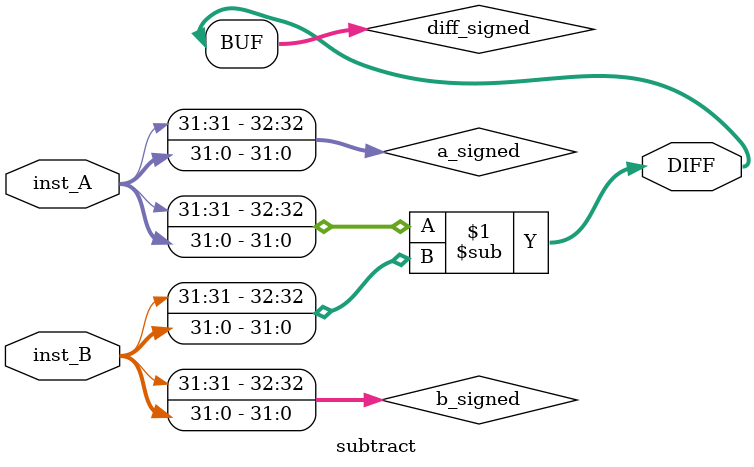
<source format=v>


// The result of translation follows.  Its copyright status should be
// considered unchanged from the original VHDL.

// no timescale needed

module subtract(
input wire [inst_width - 1:0] inst_A,
input wire [inst_width - 1:0] inst_B,
output wire [inst_width:0] DIFF
);

parameter [31:0] inst_width=32;



wire [inst_width:0] a_signed; wire [inst_width:0] b_signed; wire [inst_width:0] diff_signed;

  assign a_signed = {inst_A[inst_width - 1],inst_A};
  assign b_signed = {inst_B[inst_width - 1],inst_B};
  assign diff_signed = a_signed - b_signed;
  assign DIFF = (diff_signed);

endmodule

</source>
